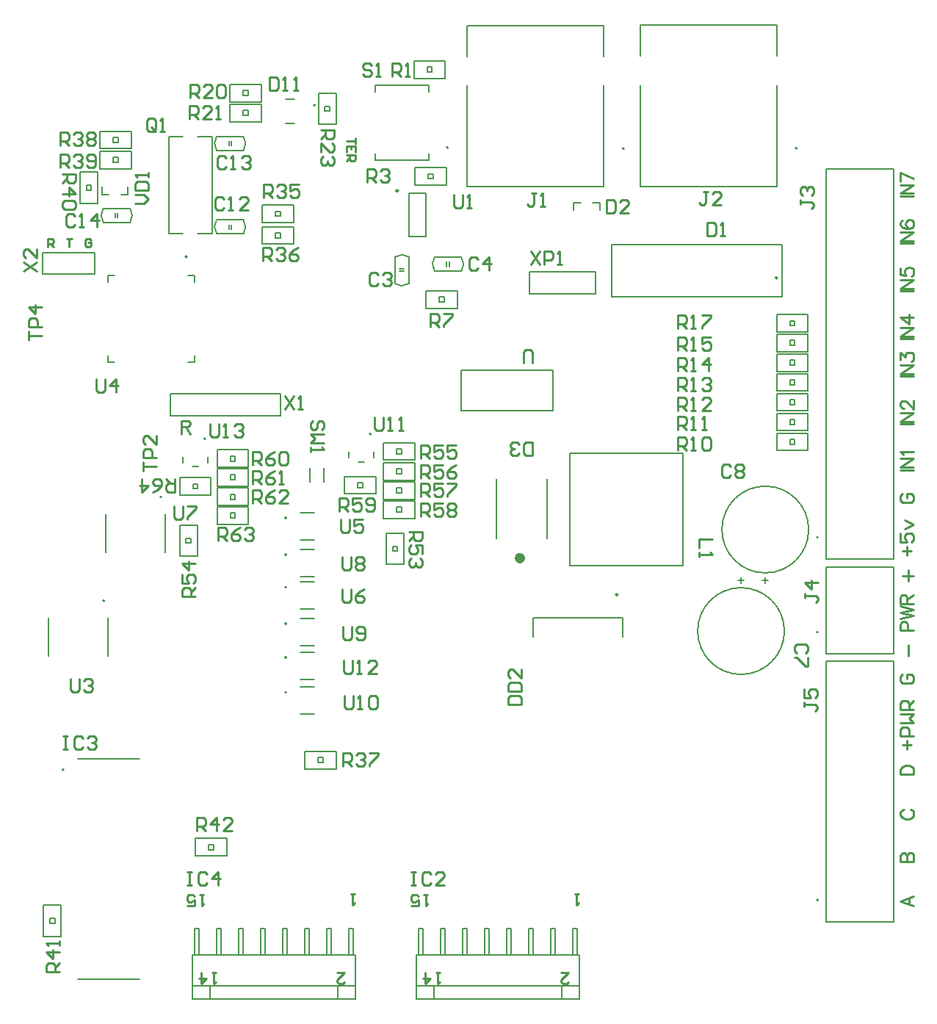
<source format=gto>
G04*
G04 #@! TF.GenerationSoftware,Altium Limited,Altium Designer,20.0.13 (296)*
G04*
G04 Layer_Color=65535*
%FSLAX44Y44*%
%MOMM*%
G71*
G01*
G75*
%ADD10C,0.2000*%
%ADD11C,0.1500*%
%ADD12C,0.2500*%
%ADD13C,0.1270*%
%ADD14C,0.6096*%
%ADD15C,0.1524*%
%ADD16C,0.2540*%
D10*
X909600Y1012500D02*
G03*
X909600Y1012500I-1000J0D01*
G01*
X710100Y1012000D02*
G03*
X710100Y1012000I-1000J0D01*
G01*
X177000Y610600D02*
G03*
X177000Y610600I-1000J0D01*
G01*
X206300Y887400D02*
G03*
X206300Y887400I-1000J0D01*
G01*
X111250Y490900D02*
G03*
X111250Y490900I-1000J0D01*
G01*
X418500Y683100D02*
G03*
X418500Y683100I-1000J0D01*
G01*
X227500Y677550D02*
G03*
X227500Y677550I-1000J0D01*
G01*
X934000Y564000D02*
G03*
X934000Y564000I-1000J0D01*
G01*
X895000Y456000D02*
G03*
X895000Y456000I-50000J0D01*
G01*
X321000Y385500D02*
G03*
X321000Y385500I-1000J0D01*
G01*
Y425500D02*
G03*
X321000Y425500I-1000J0D01*
G01*
Y464500D02*
G03*
X321000Y464500I-1000J0D01*
G01*
Y506500D02*
G03*
X321000Y506500I-1000J0D01*
G01*
Y544000D02*
G03*
X321000Y544000I-1000J0D01*
G01*
Y586500D02*
G03*
X321000Y586500I-1000J0D01*
G01*
X934000Y455000D02*
G03*
X934000Y455000I-1000J0D01*
G01*
Y146000D02*
G03*
X934000Y146000I-1000J0D01*
G01*
X507500Y1013500D02*
G03*
X507500Y1013500I-1000J0D01*
G01*
X354250Y1062000D02*
G03*
X354250Y1062000I-1000J0D01*
G01*
X64200Y296300D02*
G03*
X64200Y296300I-1000J0D01*
G01*
X923000Y573000D02*
G03*
X923000Y573000I-50000J0D01*
G01*
X40000Y867500D02*
Y891999D01*
X100000Y867500D02*
Y891999D01*
X40000D02*
X100000D01*
X40000Y867500D02*
X100000D01*
X187100Y704300D02*
Y729700D01*
X314100D01*
X187100Y704300D02*
X314100D01*
Y729700D01*
X138069Y959236D02*
Y968236D01*
X130069Y959236D02*
X138069D01*
X108069D02*
Y968236D01*
Y959236D02*
X116069D01*
X674000Y950000D02*
X682000D01*
Y941000D02*
Y950000D01*
X652000D02*
X660000D01*
X652000Y941000D02*
Y950000D01*
X218500Y1025500D02*
X235000D01*
X185000D02*
X201500D01*
X185000Y914500D02*
X201500D01*
X218500D02*
X235000D01*
X185000D02*
Y1025500D01*
X235000Y914500D02*
Y1025500D01*
X348000Y628000D02*
Y644000D01*
X364000Y628000D02*
Y644000D01*
X462000Y911000D02*
Y961000D01*
X482000Y911000D02*
Y961000D01*
X462000D02*
X482000D01*
X462000Y911000D02*
X482000D01*
X709000Y449000D02*
Y471500D01*
X605000D02*
X709000D01*
X605000Y449000D02*
Y471500D01*
X841500Y514750D02*
X848500D01*
X845000Y511250D02*
Y518250D01*
X600900Y844300D02*
Y869700D01*
X677100Y844300D02*
Y869700D01*
X600900Y844300D02*
X677100D01*
X600900Y869700D02*
X677100D01*
X873000Y510750D02*
Y517750D01*
X869500Y514250D02*
X876500D01*
D11*
X271405Y913988D02*
G03*
X271300Y929900I-12168J7877D01*
G01*
X240296Y930013D02*
G03*
X240400Y914100I12168J-7877D01*
G01*
X271405Y1009987D02*
G03*
X271300Y1025900I-12168J7877D01*
G01*
X240296Y1026012D02*
G03*
X240400Y1010100I12168J-7877D01*
G01*
X109595Y943012D02*
G03*
X109700Y927100I12168J-7877D01*
G01*
X140704Y926988D02*
G03*
X140600Y942900I-12168J7877D01*
G01*
X491595Y887012D02*
G03*
X491700Y871100I12168J-7877D01*
G01*
X522705Y870987D02*
G03*
X522600Y886900I-12168J7877D01*
G01*
X462012Y887404D02*
G03*
X446100Y887300I-7877J-12168D01*
G01*
X445988Y856295D02*
G03*
X461900Y856400I7877J12168D01*
G01*
X313750Y909000D02*
Y914750D01*
X308250Y909000D02*
X313750D01*
X308250D02*
Y914750D01*
X313750D01*
X293000Y922000D02*
X329000D01*
Y902000D02*
Y922000D01*
X293000Y902000D02*
Y922000D01*
Y902000D02*
X329000D01*
X483250Y1100250D02*
Y1106000D01*
X488750D01*
Y1100250D02*
Y1106000D01*
X483250Y1100250D02*
X488750D01*
X468000Y1093000D02*
X504000D01*
X468000D02*
Y1113000D01*
X504000Y1093000D02*
Y1113000D01*
X468000D02*
X504000D01*
X240500Y930000D02*
X271250D01*
X240500Y914000D02*
X271250D01*
X257400Y919300D02*
Y924600D01*
X254600Y919300D02*
Y924600D01*
X240500Y1026000D02*
X271250D01*
X240500Y1010000D02*
X271250D01*
X257400Y1015300D02*
Y1020600D01*
X254600Y1015300D02*
Y1020600D01*
X109750Y927000D02*
X140500D01*
X109750Y943000D02*
X140500D01*
X123600Y932400D02*
Y937700D01*
X126400Y932400D02*
Y937700D01*
X90250Y969750D02*
X96000D01*
Y964250D02*
Y969750D01*
X90250Y964250D02*
X96000D01*
X90250D02*
Y969750D01*
X83000Y949000D02*
Y985000D01*
X103000D01*
X83000Y949000D02*
X103000D01*
Y985000D01*
X126750Y996000D02*
Y1001750D01*
X121250Y996000D02*
X126750D01*
X121250D02*
Y1001750D01*
X126750D01*
X106000Y1009000D02*
X142000D01*
Y989000D02*
Y1009000D01*
X106000Y989000D02*
Y1009000D01*
Y989000D02*
X142000D01*
X126750Y1019000D02*
Y1024750D01*
X121250Y1019000D02*
X126750D01*
X121250D02*
Y1024750D01*
X126750D01*
X106000Y1032000D02*
X142000D01*
Y1012000D02*
Y1032000D01*
X106000Y1012000D02*
Y1032000D01*
Y1012000D02*
X142000D01*
X261750Y652000D02*
Y657750D01*
X256250Y652000D02*
X261750D01*
X256250D02*
Y657750D01*
X261750D01*
X241000Y665000D02*
X277000D01*
Y645000D02*
Y665000D01*
X241000Y645000D02*
Y665000D01*
Y645000D02*
X277000D01*
X256250Y630250D02*
Y636000D01*
X261750D01*
Y630250D02*
Y636000D01*
X256250Y630250D02*
X261750D01*
X241000Y623000D02*
X277000D01*
X241000D02*
Y643000D01*
X277000Y623000D02*
Y643000D01*
X241000D02*
X277000D01*
X261750Y608000D02*
Y613750D01*
X256250Y608000D02*
X261750D01*
X256250D02*
Y613750D01*
X261750D01*
X241000Y621000D02*
X277000D01*
Y601000D02*
Y621000D01*
X241000Y601000D02*
Y621000D01*
Y601000D02*
X277000D01*
X256250Y586250D02*
Y592000D01*
X261750D01*
Y586250D02*
Y592000D01*
X256250Y586250D02*
X261750D01*
X241000Y579000D02*
X277000D01*
X241000D02*
Y599000D01*
X277000Y579000D02*
Y599000D01*
X241000D02*
X277000D01*
X408750Y621000D02*
Y626750D01*
X403250Y621000D02*
X408750D01*
X403250D02*
Y626750D01*
X408750D01*
X388000Y634000D02*
X424000D01*
Y614000D02*
Y634000D01*
X388000Y614000D02*
Y634000D01*
Y614000D02*
X424000D01*
X448250Y660250D02*
Y666000D01*
X453750D01*
Y660250D02*
Y666000D01*
X448250Y660250D02*
X453750D01*
X433000Y653000D02*
X469000D01*
X433000D02*
Y673000D01*
X469000Y653000D02*
Y673000D01*
X433000D02*
X469000D01*
X453750Y637000D02*
Y642750D01*
X448250Y637000D02*
X453750D01*
X448250D02*
Y642750D01*
X453750D01*
X433000Y650000D02*
X469000D01*
Y630000D02*
Y650000D01*
X433000Y630000D02*
Y650000D01*
Y630000D02*
X469000D01*
X448250Y615250D02*
Y621000D01*
X453750D01*
Y615250D02*
Y621000D01*
X448250Y615250D02*
X453750D01*
X433000Y608000D02*
X469000D01*
X433000D02*
Y628000D01*
X469000Y608000D02*
Y628000D01*
X433000D02*
X469000D01*
X453750Y593000D02*
Y598750D01*
X448250Y593000D02*
X453750D01*
X448250D02*
Y598750D01*
X453750D01*
X433000Y606000D02*
X469000D01*
Y586000D02*
Y606000D01*
X433000Y586000D02*
Y606000D01*
Y586000D02*
X469000D01*
X365250Y1060750D02*
X371000D01*
Y1055250D02*
Y1060750D01*
X365250Y1055250D02*
X371000D01*
X365250D02*
Y1060750D01*
X358000Y1040000D02*
Y1076000D01*
X378000D01*
X358000Y1040000D02*
X378000D01*
Y1076000D01*
X271250Y1050250D02*
Y1056000D01*
X276750D01*
Y1050250D02*
Y1056000D01*
X271250Y1050250D02*
X276750D01*
X256000Y1043000D02*
X292000D01*
X256000D02*
Y1063000D01*
X292000Y1043000D02*
Y1063000D01*
X256000D02*
X292000D01*
X271250Y1073250D02*
Y1079000D01*
X276750D01*
Y1073250D02*
Y1079000D01*
X271250Y1073250D02*
X276750D01*
X256000Y1066000D02*
X292000D01*
X256000D02*
Y1086000D01*
X292000Y1066000D02*
Y1086000D01*
X256000D02*
X292000D01*
X218750Y620000D02*
Y625750D01*
X213250Y620000D02*
X218750D01*
X213250D02*
Y625750D01*
X218750D01*
X198000Y633000D02*
X234000D01*
Y613000D02*
Y633000D01*
X198000Y613000D02*
Y633000D01*
Y613000D02*
X234000D01*
X205250Y562750D02*
X211000D01*
Y557250D02*
Y562750D01*
X205250Y557250D02*
X211000D01*
X205250D02*
Y562750D01*
X198000Y542000D02*
Y578000D01*
X218000D01*
X198000Y542000D02*
X218000D01*
Y578000D01*
X491750Y871000D02*
X522500D01*
X491750Y887000D02*
X522500D01*
X505600Y876400D02*
Y881700D01*
X508400Y876400D02*
Y881700D01*
X446000Y856500D02*
Y887250D01*
X462000Y856500D02*
Y887250D01*
X451400Y873400D02*
X456700D01*
X451400Y870600D02*
X456700D01*
X484250Y977250D02*
Y983000D01*
X489750D01*
Y977250D02*
Y983000D01*
X484250Y977250D02*
X489750D01*
X469000Y970000D02*
X505000D01*
X469000D02*
Y990000D01*
X505000Y970000D02*
Y990000D01*
X469000D02*
X505000D01*
X497250Y835250D02*
Y841000D01*
X502750D01*
Y835250D02*
Y841000D01*
X497250Y835250D02*
X502750D01*
X482000Y828000D02*
X518000D01*
X482000D02*
Y848000D01*
X518000Y828000D02*
Y848000D01*
X482000D02*
X518000D01*
X313750Y934000D02*
Y939750D01*
X308250Y934000D02*
X313750D01*
X308250D02*
Y939750D01*
X313750D01*
X293000Y947000D02*
X329000D01*
Y927000D02*
Y947000D01*
X293000Y927000D02*
Y947000D01*
Y927000D02*
X329000D01*
X48250Y124750D02*
X54000D01*
Y119250D02*
Y124750D01*
X48250Y119250D02*
X54000D01*
X48250D02*
Y124750D01*
X41000Y104000D02*
Y140000D01*
X61000D01*
X41000Y104000D02*
X61000D01*
Y140000D01*
X443250Y553750D02*
X449000D01*
Y548250D02*
Y553750D01*
X443250Y548250D02*
X449000D01*
X443250D02*
Y553750D01*
X436000Y533000D02*
Y569000D01*
X456000D01*
X436000Y533000D02*
X456000D01*
Y569000D01*
X357250Y304250D02*
Y310000D01*
X362750D01*
Y304250D02*
Y310000D01*
X357250Y304250D02*
X362750D01*
X342000Y297000D02*
X378000D01*
X342000D02*
Y317000D01*
X378000Y297000D02*
Y317000D01*
X342000D02*
X378000D01*
X906750Y808000D02*
Y813750D01*
X901250Y808000D02*
X906750D01*
X901250D02*
Y813750D01*
X906750D01*
X886000Y821000D02*
X922000D01*
Y801000D02*
Y821000D01*
X886000Y801000D02*
Y821000D01*
Y801000D02*
X922000D01*
X906750Y785167D02*
Y790917D01*
X901250Y785167D02*
X906750D01*
X901250D02*
Y790917D01*
X906750D01*
X886000Y798167D02*
X922000D01*
Y778167D02*
Y798167D01*
X886000Y778167D02*
Y798167D01*
Y778167D02*
X922000D01*
X906750Y762333D02*
Y768083D01*
X901250Y762333D02*
X906750D01*
X901250D02*
Y768083D01*
X906750D01*
X886000Y775333D02*
X922000D01*
Y755333D02*
Y775333D01*
X886000Y755333D02*
Y775333D01*
Y755333D02*
X922000D01*
X906750Y739500D02*
Y745250D01*
X901250Y739500D02*
X906750D01*
X901250D02*
Y745250D01*
X906750D01*
X886000Y752500D02*
X922000D01*
Y732500D02*
Y752500D01*
X886000Y732500D02*
Y752500D01*
Y732500D02*
X922000D01*
X906750Y716667D02*
Y722417D01*
X901250Y716667D02*
X906750D01*
X901250D02*
Y722417D01*
X906750D01*
X886000Y729667D02*
X922000D01*
Y709667D02*
Y729667D01*
X886000Y709667D02*
Y729667D01*
Y709667D02*
X922000D01*
X906750Y693833D02*
Y699583D01*
X901250Y693833D02*
X906750D01*
X901250D02*
Y699583D01*
X906750D01*
X886000Y706833D02*
X922000D01*
Y686833D02*
Y706833D01*
X886000Y686833D02*
Y706833D01*
Y686833D02*
X922000D01*
X906750Y671000D02*
Y676750D01*
X901250Y671000D02*
X906750D01*
X901250D02*
Y676750D01*
X906750D01*
X886000Y684000D02*
X922000D01*
Y664000D02*
Y684000D01*
X886000Y664000D02*
Y684000D01*
Y664000D02*
X922000D01*
X216000Y197000D02*
X252000D01*
X216000D02*
Y217000D01*
X252000Y197000D02*
Y217000D01*
X216000D02*
X252000D01*
X231250Y209750D02*
X236750D01*
X231250Y204000D02*
Y209750D01*
Y204000D02*
X236750D01*
Y209750D01*
D12*
X449750Y963550D02*
G03*
X449750Y963550I-1250J0D01*
G01*
X703000Y498000D02*
G03*
X703000Y498000I-1250J0D01*
G01*
D13*
X887014Y863000D02*
G03*
X887014Y863000I-1414J0D01*
G01*
X728500Y1118700D02*
Y1154500D01*
X886500Y1118700D02*
Y1154500D01*
X728500D02*
X886500D01*
X728500Y968500D02*
Y1085300D01*
Y968500D02*
X886500D01*
Y1085300D01*
X529000Y1118200D02*
Y1154000D01*
X687000Y1118200D02*
Y1154000D01*
X529000D02*
X687000D01*
X529000Y968000D02*
Y1084800D01*
Y968000D02*
X687000D01*
Y1084800D01*
X181250Y546700D02*
Y590700D01*
X112250Y546700D02*
Y590700D01*
X207050Y866000D02*
X215000D01*
X115000D02*
X122950D01*
X207050Y766000D02*
X215000D01*
X115000D02*
X122950D01*
X215000Y858050D02*
Y866000D01*
X115000Y858050D02*
Y866000D01*
X215000Y766000D02*
Y773950D01*
X115000Y766000D02*
Y773950D01*
X115500Y427000D02*
Y471000D01*
X46500Y427000D02*
Y471000D01*
X421500Y655700D02*
Y662300D01*
X403650Y651000D02*
X410350D01*
X392500Y655700D02*
Y662300D01*
X230500Y650150D02*
Y656750D01*
X212650Y645450D02*
X219350D01*
X201500Y650150D02*
Y656750D01*
X695600Y901500D02*
X892100D01*
X695600Y841500D02*
Y901500D01*
Y841500D02*
X892100D01*
Y901500D01*
X1021000Y539000D02*
Y989000D01*
X943000Y539000D02*
Y989000D01*
X1021000D01*
X943000Y539000D02*
X1021000D01*
X562800Y562700D02*
Y631300D01*
X621200Y562700D02*
Y631300D01*
X337000Y360400D02*
X353000D01*
X337000Y391600D02*
X353000D01*
X337000Y400400D02*
X353000D01*
X337000Y431600D02*
X353000D01*
X337000Y439400D02*
X353000D01*
X337000Y470600D02*
X353000D01*
X337000Y481400D02*
X353000D01*
X337000Y512600D02*
X353000D01*
X337000Y518900D02*
X353000D01*
X337000Y550100D02*
X353000D01*
X337000Y561400D02*
X353000D01*
X337000Y592600D02*
X353000D01*
X1021000Y430000D02*
Y530000D01*
X943000Y430000D02*
Y530000D01*
X1021000D01*
X943000Y430000D02*
X1021000D01*
Y121000D02*
Y421000D01*
X943000Y121000D02*
Y421000D01*
X1021000D01*
X943000Y121000D02*
X1021000D01*
X423000Y998900D02*
X485000D01*
X423000Y1085100D02*
X485000D01*
Y998900D02*
Y1006800D01*
X423000Y1077200D02*
Y1085100D01*
X485000Y1077200D02*
Y1085100D01*
X423000Y998900D02*
Y1006800D01*
X320000Y1069000D02*
X330000D01*
X320000Y1041000D02*
X330000D01*
X80500Y309000D02*
X151500D01*
X80500Y55000D02*
X151500D01*
X638060Y47060D02*
X658380D01*
X490740D02*
X638060D01*
X470420D02*
X490740D01*
X655840Y82620D02*
X658380D01*
X650760D02*
X655840D01*
X470420D02*
X650760D01*
X638060Y31820D02*
X658380D01*
X490740D02*
X638060D01*
X470420D02*
X490740D01*
X658380D02*
Y47060D01*
Y82620D01*
X470420Y31820D02*
Y47060D01*
Y82620D01*
X655840D02*
Y113100D01*
X650760D02*
X655840D01*
X650760Y82620D02*
Y113100D01*
X630440Y82620D02*
Y113100D01*
X625360D02*
X630440D01*
X625360Y82620D02*
Y113100D01*
X605040Y82620D02*
Y113100D01*
X599960D02*
X605040D01*
X599960Y82620D02*
Y113100D01*
X579640Y82620D02*
Y113100D01*
X574560D02*
X579640D01*
X574560Y82620D02*
Y113100D01*
X554240Y82620D02*
Y113100D01*
X549160D02*
X554240D01*
X549160Y82620D02*
Y113100D01*
X528840Y82620D02*
Y113100D01*
X523760D02*
X528840D01*
X523760Y82620D02*
Y113100D01*
X503440Y82620D02*
Y113100D01*
X498360D02*
X503440D01*
X498360Y82620D02*
Y113100D01*
X478040Y82620D02*
Y113100D01*
X472960D02*
X478040D01*
X472960Y82620D02*
Y113100D01*
X638060Y31820D02*
Y47060D01*
X490740Y31820D02*
Y47060D01*
X379860D02*
X400180D01*
X232540D02*
X379860D01*
X212220D02*
X232540D01*
X397640Y82620D02*
X400180D01*
X392560D02*
X397640D01*
X212220D02*
X392560D01*
X379860Y31820D02*
X400180D01*
X232540D02*
X379860D01*
X212220D02*
X232540D01*
X400180D02*
Y47060D01*
Y82620D01*
X212220Y31820D02*
Y47060D01*
Y82620D01*
X397640D02*
Y113100D01*
X392560D02*
X397640D01*
X392560Y82620D02*
Y113100D01*
X372240Y82620D02*
Y113100D01*
X367160D02*
X372240D01*
X367160Y82620D02*
Y113100D01*
X346840Y82620D02*
Y113100D01*
X341760D02*
X346840D01*
X341760Y82620D02*
Y113100D01*
X321440Y82620D02*
Y113100D01*
X316360D02*
X321440D01*
X316360Y82620D02*
Y113100D01*
X296040Y82620D02*
Y113100D01*
X290960D02*
X296040D01*
X290960Y82620D02*
Y113100D01*
X270640Y82620D02*
Y113100D01*
X265560D02*
X270640D01*
X265560Y82620D02*
Y113100D01*
X245240Y82620D02*
Y113100D01*
X240160D02*
X245240D01*
X240160Y82620D02*
Y113100D01*
X219840Y82620D02*
Y113100D01*
X214760D02*
X219840D01*
X214760Y82620D02*
Y113100D01*
X379860Y31820D02*
Y47060D01*
X232540Y31820D02*
Y47060D01*
D14*
X593162Y540000D02*
G03*
X593162Y540000I-3162J0D01*
G01*
D15*
X522168Y709712D02*
Y756448D01*
X627832D01*
Y709712D02*
Y756448D01*
X522168Y709712D02*
X627832D01*
X648000Y531000D02*
Y661000D01*
Y531000D02*
X778000D01*
Y661000D01*
X648000D02*
X778000D01*
D16*
X400037Y1024460D02*
Y1017795D01*
Y1021128D01*
X390040D01*
X400037Y1007799D02*
Y1014463D01*
X390040D01*
Y1007799D01*
X395038Y1014463D02*
Y1011131D01*
X390040Y1004466D02*
X400037D01*
Y999468D01*
X398371Y997802D01*
X395038D01*
X393372Y999468D01*
Y1004466D01*
Y1001134D02*
X390040Y997802D01*
X95455Y906871D02*
X93788Y908537D01*
X90456D01*
X88790Y906871D01*
Y900206D01*
X90456Y898540D01*
X93788D01*
X95455Y900206D01*
Y903538D01*
X92122D01*
X67290Y908537D02*
X73955D01*
X70622D01*
Y898540D01*
X45790D02*
Y908537D01*
X50788D01*
X52455Y906871D01*
Y903538D01*
X50788Y901872D01*
X45790D01*
X49122D02*
X52455Y898540D01*
X17632Y871304D02*
X32868Y881461D01*
X17632D02*
X32868Y871304D01*
Y896696D02*
Y886539D01*
X22711Y896696D01*
X20172D01*
X17632Y894157D01*
Y889078D01*
X20172Y886539D01*
X199790Y698527D02*
Y683290D01*
Y698527D02*
X206320D01*
X208497Y697801D01*
X209222Y697076D01*
X209948Y695624D01*
Y694173D01*
X209222Y692722D01*
X208497Y691997D01*
X206320Y691271D01*
X199790D01*
X204869D02*
X209948Y683290D01*
X1044212Y150649D02*
X1028975Y144845D01*
X1044212Y139040D01*
X1039133Y141217D02*
Y148472D01*
X1028975Y190119D02*
X1044212D01*
X1028975D02*
Y196649D01*
X1029700Y198826D01*
X1030426Y199552D01*
X1031877Y200277D01*
X1033328D01*
X1034779Y199552D01*
X1035505Y198826D01*
X1036230Y196649D01*
Y190119D02*
Y196649D01*
X1036956Y198826D01*
X1037682Y199552D01*
X1039133Y200277D01*
X1041309D01*
X1042760Y199552D01*
X1043486Y198826D01*
X1044212Y196649D01*
Y190119D01*
X1032603Y250486D02*
X1031152Y249760D01*
X1029700Y248309D01*
X1028975Y246858D01*
Y243956D01*
X1029700Y242505D01*
X1031152Y241054D01*
X1032603Y240328D01*
X1034779Y239603D01*
X1038407D01*
X1040584Y240328D01*
X1042035Y241054D01*
X1043486Y242505D01*
X1044212Y243956D01*
Y246858D01*
X1043486Y248309D01*
X1042035Y249760D01*
X1040584Y250486D01*
X1028975Y290682D02*
X1044212D01*
X1028975D02*
Y295761D01*
X1029700Y297938D01*
X1031152Y299389D01*
X1032603Y300114D01*
X1034779Y300840D01*
X1038407D01*
X1040584Y300114D01*
X1042035Y299389D01*
X1043486Y297938D01*
X1044212Y295761D01*
Y290682D01*
X1036594Y319540D02*
Y329697D01*
X1031516Y324618D02*
X1041672D01*
X1044212Y334775D02*
X1028977D01*
Y342393D01*
X1031516Y344932D01*
X1036594D01*
X1039133Y342393D01*
Y334775D01*
X1028977Y350010D02*
X1044212D01*
X1039133Y355089D01*
X1044212Y360167D01*
X1028977D01*
X1044212Y365245D02*
X1028977D01*
Y372863D01*
X1031516Y375402D01*
X1036594D01*
X1039133Y372863D01*
Y365245D01*
Y370323D02*
X1044212Y375402D01*
X1031516Y405872D02*
X1028977Y403333D01*
Y398255D01*
X1031516Y395715D01*
X1041672D01*
X1044212Y398255D01*
Y403333D01*
X1041672Y405872D01*
X1036594D01*
Y400794D01*
X1037682Y427040D02*
Y440100D01*
X1036956Y456570D02*
Y463100D01*
X1036230Y465277D01*
X1035505Y466003D01*
X1034054Y466728D01*
X1031877D01*
X1030426Y466003D01*
X1029700Y465277D01*
X1028975Y463100D01*
Y456570D01*
X1044212D01*
X1028975Y470138D02*
X1044212Y473766D01*
X1028975Y477394D02*
X1044212Y473766D01*
X1028975Y477394D02*
X1044212Y481022D01*
X1028975Y484649D02*
X1044212Y481022D01*
X1028975Y487697D02*
X1044212D01*
X1028975D02*
Y494227D01*
X1029700Y496403D01*
X1030426Y497129D01*
X1031877Y497854D01*
X1033328D01*
X1034779Y497129D01*
X1035505Y496403D01*
X1036230Y494227D01*
Y487697D01*
Y492776D02*
X1044212Y497854D01*
X1031152Y519766D02*
X1044212D01*
X1037682Y513236D02*
Y526297D01*
X1028975Y641790D02*
X1044212D01*
X1028975Y644983D02*
X1044212D01*
X1028975D02*
X1044212Y655140D01*
X1028975D02*
X1044212D01*
X1031877Y659349D02*
X1031152Y660800D01*
X1028975Y662976D01*
X1044212D01*
X1028975Y694466D02*
X1044212D01*
X1028975Y697658D02*
X1044212D01*
X1028975D02*
X1044212Y707816D01*
X1028975D02*
X1044212D01*
X1032603Y712750D02*
X1031877D01*
X1030426Y713475D01*
X1029700Y714201D01*
X1028975Y715652D01*
Y718554D01*
X1029700Y720005D01*
X1030426Y720731D01*
X1031877Y721456D01*
X1033328D01*
X1034779Y720731D01*
X1036956Y719280D01*
X1044212Y712024D01*
Y722182D01*
X1028975Y749536D02*
X1044212D01*
X1028975Y752728D02*
X1044212D01*
X1028975D02*
X1044212Y762886D01*
X1028975D02*
X1044212D01*
X1028975Y768545D02*
Y776526D01*
X1034779Y772173D01*
Y774350D01*
X1035505Y775801D01*
X1036230Y776526D01*
X1038407Y777252D01*
X1039858D01*
X1042035Y776526D01*
X1043486Y775075D01*
X1044212Y772898D01*
Y770722D01*
X1043486Y768545D01*
X1042760Y767820D01*
X1041309Y767094D01*
X1028975Y792634D02*
X1044212D01*
X1028975Y795826D02*
X1044212D01*
X1028975D02*
X1044212Y805984D01*
X1028975D02*
X1044212D01*
X1028975Y817448D02*
X1039133Y810192D01*
Y821076D01*
X1028975Y817448D02*
X1044212D01*
X1028975Y847704D02*
X1044212D01*
X1028975Y850896D02*
X1044212D01*
X1028975D02*
X1044212Y861054D01*
X1028975D02*
X1044212D01*
X1028975Y873969D02*
Y866713D01*
X1035505Y865988D01*
X1034779Y866713D01*
X1034054Y868890D01*
Y871067D01*
X1034779Y873243D01*
X1036230Y874694D01*
X1038407Y875420D01*
X1039858D01*
X1042035Y874694D01*
X1043486Y873243D01*
X1044212Y871067D01*
Y868890D01*
X1043486Y866713D01*
X1042760Y865988D01*
X1041309Y865262D01*
X1028975Y902774D02*
X1044212D01*
X1028975Y905966D02*
X1044212D01*
X1028975D02*
X1044212Y916124D01*
X1028975D02*
X1044212D01*
X1031152Y929039D02*
X1029700Y928313D01*
X1028975Y926136D01*
Y924685D01*
X1029700Y922509D01*
X1031877Y921058D01*
X1035505Y920332D01*
X1039133D01*
X1042035Y921058D01*
X1043486Y922509D01*
X1044212Y924685D01*
Y925411D01*
X1043486Y927588D01*
X1042035Y929039D01*
X1039858Y929764D01*
X1039133D01*
X1036956Y929039D01*
X1035505Y927588D01*
X1034779Y925411D01*
Y924685D01*
X1035505Y922509D01*
X1036956Y921058D01*
X1039133Y920332D01*
X1028975Y957045D02*
X1044212D01*
X1028975Y960238D02*
X1044212D01*
X1028975D02*
X1044212Y970396D01*
X1028975D02*
X1044212D01*
X1028975Y984762D02*
X1044212Y977506D01*
X1028975Y974604D02*
Y984762D01*
X1036594Y543540D02*
Y553697D01*
X1031516Y548618D02*
X1041673D01*
X1028977Y568932D02*
Y558775D01*
X1036594D01*
X1034055Y563853D01*
Y566393D01*
X1036594Y568932D01*
X1041673D01*
X1044212Y566393D01*
Y561314D01*
X1041673Y558775D01*
X1034055Y574010D02*
X1044212Y579089D01*
X1034055Y584167D01*
X1031516Y614637D02*
X1028977Y612098D01*
Y607020D01*
X1031516Y604480D01*
X1041673D01*
X1044212Y607020D01*
Y612098D01*
X1041673Y614637D01*
X1036594D01*
Y609559D01*
X657748Y153045D02*
X653513D01*
X655630D01*
Y140339D01*
X657748Y142457D01*
X483731Y152479D02*
X479495D01*
X481613D01*
Y139768D01*
X483731Y141887D01*
X464666Y139768D02*
X473139D01*
Y146124D01*
X468903Y144005D01*
X466784D01*
X464666Y146124D01*
Y150360D01*
X466784Y152479D01*
X471021D01*
X473139Y150360D01*
X637736Y62294D02*
X646204D01*
X637736Y53826D01*
Y51709D01*
X639853Y49592D01*
X644087D01*
X646204Y51709D01*
X497706Y62298D02*
X493474D01*
X495590D01*
Y49601D01*
X497706Y51717D01*
X480776Y62298D02*
Y49601D01*
X487125Y55950D01*
X478660D01*
X399548Y153045D02*
X395313D01*
X397430D01*
Y140339D01*
X399548Y142457D01*
X225532Y152479D02*
X221295D01*
X223413D01*
Y139768D01*
X225532Y141887D01*
X206466Y139768D02*
X214939D01*
Y146124D01*
X210703Y144005D01*
X208584D01*
X206466Y146124D01*
Y150360D01*
X208584Y152479D01*
X212821D01*
X214939Y150360D01*
X379536Y62294D02*
X388004D01*
X379536Y53826D01*
Y51709D01*
X381653Y49592D01*
X385887D01*
X388004Y51709D01*
X239506Y62298D02*
X235274D01*
X237390D01*
Y49601D01*
X239506Y51717D01*
X222576Y62298D02*
Y49601D01*
X228925Y55950D01*
X220460D01*
X690304Y952617D02*
Y937383D01*
X697922D01*
X700461Y939922D01*
Y950078D01*
X697922Y952617D01*
X690304D01*
X715696Y937383D02*
X705539D01*
X715696Y947539D01*
Y950078D01*
X713157Y952617D01*
X708078D01*
X705539Y950078D01*
X604078Y765382D02*
Y778078D01*
X601539Y780618D01*
X596461D01*
X593922Y778078D01*
Y765382D01*
X101304Y746618D02*
Y733922D01*
X103843Y731383D01*
X108922D01*
X111461Y733922D01*
Y746618D01*
X124157Y731383D02*
Y746618D01*
X116539Y739000D01*
X126696D01*
X602372Y893581D02*
X612529Y878346D01*
Y893581D02*
X602372Y878346D01*
X617607D02*
Y893581D01*
X625225D01*
X627764Y891042D01*
Y885964D01*
X625225Y883424D01*
X617607D01*
X632842Y878346D02*
X637920D01*
X635381D01*
Y893581D01*
X632842Y891042D01*
X318843Y726618D02*
X329000Y711383D01*
Y726618D02*
X318843Y711383D01*
X334078D02*
X339157D01*
X336618D01*
Y726618D01*
X334078Y724078D01*
X146382Y949226D02*
X156539D01*
X161618Y954304D01*
X156539Y959382D01*
X146382D01*
Y964461D02*
X161618D01*
Y972078D01*
X159078Y974617D01*
X148922D01*
X146382Y972078D01*
Y964461D01*
X161618Y979696D02*
Y984774D01*
Y982235D01*
X146382D01*
X148922Y979696D01*
X232956Y694617D02*
Y681922D01*
X235495Y679382D01*
X240574D01*
X243113Y681922D01*
Y694617D01*
X248191Y679382D02*
X253270D01*
X250730D01*
Y694617D01*
X248191Y692078D01*
X260887D02*
X263426Y694617D01*
X268505D01*
X271044Y692078D01*
Y689539D01*
X268505Y687000D01*
X265965D01*
X268505D01*
X271044Y684461D01*
Y681922D01*
X268505Y679382D01*
X263426D01*
X260887Y681922D01*
X422495Y702617D02*
Y689922D01*
X425034Y687383D01*
X430113D01*
X432652Y689922D01*
Y702617D01*
X437730Y687383D02*
X442809D01*
X440270D01*
Y702617D01*
X437730Y700078D01*
X450426Y687383D02*
X455505D01*
X452966D01*
Y702617D01*
X450426Y700078D01*
X513843Y958617D02*
Y945922D01*
X516382Y943382D01*
X521461D01*
X524000Y945922D01*
Y958617D01*
X529078Y943382D02*
X534157D01*
X531618D01*
Y958617D01*
X529078Y956078D01*
X23382Y791687D02*
Y801843D01*
Y796765D01*
X38617D01*
Y806922D02*
X23382D01*
Y814539D01*
X25922Y817078D01*
X31000D01*
X33539Y814539D01*
Y806922D01*
X38617Y829774D02*
X23382D01*
X31000Y822157D01*
Y832313D01*
X155382Y640687D02*
Y650843D01*
Y645765D01*
X170618D01*
Y655922D02*
X155382D01*
Y663539D01*
X157922Y666078D01*
X163000D01*
X165539Y663539D01*
Y655922D01*
X170618Y681313D02*
Y671157D01*
X160461Y681313D01*
X157922D01*
X155382Y678774D01*
Y673696D01*
X157922Y671157D01*
X361078Y687617D02*
X363618Y690157D01*
Y695235D01*
X361078Y697774D01*
X358539D01*
X356000Y695235D01*
Y690157D01*
X353461Y687617D01*
X350922D01*
X348382Y690157D01*
Y695235D01*
X350922Y697774D01*
X363618Y682539D02*
X348382D01*
X353461Y677461D01*
X348382Y672382D01*
X363618D01*
X348382Y667304D02*
Y662226D01*
Y664765D01*
X363618D01*
X361078Y667304D01*
X419353Y1108058D02*
X416814Y1110597D01*
X411735D01*
X409196Y1108058D01*
Y1105519D01*
X411735Y1102980D01*
X416814D01*
X419353Y1100440D01*
Y1097901D01*
X416814Y1095362D01*
X411735D01*
X409196Y1097901D01*
X424431Y1095362D02*
X429509D01*
X426970D01*
Y1110597D01*
X424431Y1108058D01*
X192313Y631618D02*
Y616382D01*
X184696D01*
X182157Y618922D01*
Y624000D01*
X184696Y626539D01*
X192313D01*
X187235D02*
X182157Y631618D01*
X166922Y616382D02*
X172000Y618922D01*
X177078Y624000D01*
Y629078D01*
X174539Y631618D01*
X169461D01*
X166922Y629078D01*
Y626539D01*
X169461Y624000D01*
X177078D01*
X154226Y631618D02*
Y616382D01*
X161843Y624000D01*
X151686D01*
X241687Y560382D02*
Y575617D01*
X249304D01*
X251843Y573078D01*
Y568000D01*
X249304Y565461D01*
X241687D01*
X246765D02*
X251843Y560382D01*
X267078Y575617D02*
X262000Y573078D01*
X256922Y568000D01*
Y562922D01*
X259461Y560382D01*
X264539D01*
X267078Y562922D01*
Y565461D01*
X264539Y568000D01*
X256922D01*
X272157Y573078D02*
X274696Y575617D01*
X279774D01*
X282313Y573078D01*
Y570539D01*
X279774Y568000D01*
X277235D01*
X279774D01*
X282313Y565461D01*
Y562922D01*
X279774Y560382D01*
X274696D01*
X272157Y562922D01*
X281687Y603382D02*
Y618618D01*
X289304D01*
X291843Y616078D01*
Y611000D01*
X289304Y608461D01*
X281687D01*
X286765D02*
X291843Y603382D01*
X307078Y618618D02*
X302000Y616078D01*
X296922Y611000D01*
Y605922D01*
X299461Y603382D01*
X304539D01*
X307078Y605922D01*
Y608461D01*
X304539Y611000D01*
X296922D01*
X322313Y603382D02*
X312157D01*
X322313Y613539D01*
Y616078D01*
X319774Y618618D01*
X314696D01*
X312157Y616078D01*
X282226Y625382D02*
Y640618D01*
X289843D01*
X292383Y638078D01*
Y633000D01*
X289843Y630461D01*
X282226D01*
X287304D02*
X292383Y625382D01*
X307617Y640618D02*
X302539Y638078D01*
X297461Y633000D01*
Y627922D01*
X300000Y625382D01*
X305078D01*
X307617Y627922D01*
Y630461D01*
X305078Y633000D01*
X297461D01*
X312696Y625382D02*
X317774D01*
X315235D01*
Y640618D01*
X312696Y638078D01*
X281687Y647382D02*
Y662617D01*
X289304D01*
X291843Y660078D01*
Y655000D01*
X289304Y652461D01*
X281687D01*
X286765D02*
X291843Y647382D01*
X307078Y662617D02*
X302000Y660078D01*
X296922Y655000D01*
Y649922D01*
X299461Y647382D01*
X304539D01*
X307078Y649922D01*
Y652461D01*
X304539Y655000D01*
X296922D01*
X312157Y660078D02*
X314696Y662617D01*
X319774D01*
X322313Y660078D01*
Y649922D01*
X319774Y647382D01*
X314696D01*
X312157Y649922D01*
Y660078D01*
X381687Y594383D02*
Y609618D01*
X389304D01*
X391843Y607078D01*
Y602000D01*
X389304Y599461D01*
X381687D01*
X386765D02*
X391843Y594383D01*
X407078Y609618D02*
X396922D01*
Y602000D01*
X402000Y604539D01*
X404539D01*
X407078Y602000D01*
Y596922D01*
X404539Y594383D01*
X399461D01*
X396922Y596922D01*
X412157D02*
X414696Y594383D01*
X419774D01*
X422313Y596922D01*
Y607078D01*
X419774Y609618D01*
X414696D01*
X412157Y607078D01*
Y604539D01*
X414696Y602000D01*
X422313D01*
X475687Y588382D02*
Y603618D01*
X483304D01*
X485843Y601078D01*
Y596000D01*
X483304Y593461D01*
X475687D01*
X480765D02*
X485843Y588382D01*
X501078Y603618D02*
X490922D01*
Y596000D01*
X496000Y598539D01*
X498539D01*
X501078Y596000D01*
Y590922D01*
X498539Y588382D01*
X493461D01*
X490922Y590922D01*
X506157Y601078D02*
X508696Y603618D01*
X513774D01*
X516313Y601078D01*
Y598539D01*
X513774Y596000D01*
X516313Y593461D01*
Y590922D01*
X513774Y588382D01*
X508696D01*
X506157Y590922D01*
Y593461D01*
X508696Y596000D01*
X506157Y598539D01*
Y601078D01*
X508696Y596000D02*
X513774D01*
X475687Y611382D02*
Y626618D01*
X483304D01*
X485843Y624078D01*
Y619000D01*
X483304Y616461D01*
X475687D01*
X480765D02*
X485843Y611382D01*
X501078Y626618D02*
X490922D01*
Y619000D01*
X496000Y621539D01*
X498539D01*
X501078Y619000D01*
Y613922D01*
X498539Y611382D01*
X493461D01*
X490922Y613922D01*
X506157Y626618D02*
X516313D01*
Y624078D01*
X506157Y613922D01*
Y611382D01*
X475687Y632383D02*
Y647617D01*
X483304D01*
X485843Y645078D01*
Y640000D01*
X483304Y637461D01*
X475687D01*
X480765D02*
X485843Y632383D01*
X501078Y647617D02*
X490922D01*
Y640000D01*
X496000Y642539D01*
X498539D01*
X501078Y640000D01*
Y634922D01*
X498539Y632383D01*
X493461D01*
X490922Y634922D01*
X516313Y647617D02*
X511235Y645078D01*
X506157Y640000D01*
Y634922D01*
X508696Y632383D01*
X513774D01*
X516313Y634922D01*
Y637461D01*
X513774Y640000D01*
X506157D01*
X475687Y655383D02*
Y670618D01*
X483304D01*
X485843Y668078D01*
Y663000D01*
X483304Y660461D01*
X475687D01*
X480765D02*
X485843Y655383D01*
X501078Y670618D02*
X490922D01*
Y663000D01*
X496000Y665539D01*
X498539D01*
X501078Y663000D01*
Y657922D01*
X498539Y655383D01*
X493461D01*
X490922Y657922D01*
X516313Y670618D02*
X506157D01*
Y663000D01*
X511235Y665539D01*
X513774D01*
X516313Y663000D01*
Y657922D01*
X513774Y655383D01*
X508696D01*
X506157Y657922D01*
X62382Y982314D02*
X77618D01*
Y974696D01*
X75078Y972157D01*
X70000D01*
X67461Y974696D01*
Y982314D01*
Y977235D02*
X62382Y972157D01*
Y959461D02*
X77618D01*
X70000Y967078D01*
Y956922D01*
X75078Y951843D02*
X77618Y949304D01*
Y944226D01*
X75078Y941687D01*
X64922D01*
X62382Y944226D01*
Y949304D01*
X64922Y951843D01*
X75078D01*
X59686Y990383D02*
Y1005618D01*
X67304D01*
X69843Y1003078D01*
Y998000D01*
X67304Y995461D01*
X59686D01*
X64765D02*
X69843Y990383D01*
X74922Y1003078D02*
X77461Y1005618D01*
X82539D01*
X85078Y1003078D01*
Y1000539D01*
X82539Y998000D01*
X80000D01*
X82539D01*
X85078Y995461D01*
Y992922D01*
X82539Y990383D01*
X77461D01*
X74922Y992922D01*
X90157D02*
X92696Y990383D01*
X97774D01*
X100313Y992922D01*
Y1003078D01*
X97774Y1005618D01*
X92696D01*
X90157Y1003078D01*
Y1000539D01*
X92696Y998000D01*
X100313D01*
X59687Y1015383D02*
Y1030618D01*
X67304D01*
X69843Y1028078D01*
Y1023000D01*
X67304Y1020461D01*
X59687D01*
X64765D02*
X69843Y1015383D01*
X74922Y1028078D02*
X77461Y1030618D01*
X82539D01*
X85078Y1028078D01*
Y1025539D01*
X82539Y1023000D01*
X80000D01*
X82539D01*
X85078Y1020461D01*
Y1017922D01*
X82539Y1015383D01*
X77461D01*
X74922Y1017922D01*
X90157Y1028078D02*
X92696Y1030618D01*
X97774D01*
X100313Y1028078D01*
Y1025539D01*
X97774Y1023000D01*
X100313Y1020461D01*
Y1017922D01*
X97774Y1015383D01*
X92696D01*
X90157Y1017922D01*
Y1020461D01*
X92696Y1023000D01*
X90157Y1025539D01*
Y1028078D01*
X92696Y1023000D02*
X97774D01*
X293687Y882383D02*
Y897618D01*
X301304D01*
X303843Y895078D01*
Y890000D01*
X301304Y887461D01*
X293687D01*
X298765D02*
X303843Y882383D01*
X308922Y895078D02*
X311461Y897618D01*
X316539D01*
X319078Y895078D01*
Y892539D01*
X316539Y890000D01*
X314000D01*
X316539D01*
X319078Y887461D01*
Y884922D01*
X316539Y882383D01*
X311461D01*
X308922Y884922D01*
X334314Y897618D02*
X329235Y895078D01*
X324157Y890000D01*
Y884922D01*
X326696Y882383D01*
X331774D01*
X334314Y884922D01*
Y887461D01*
X331774Y890000D01*
X324157D01*
X294682Y955344D02*
Y970579D01*
X302299D01*
X304839Y968040D01*
Y962962D01*
X302299Y960422D01*
X294682D01*
X299760D02*
X304839Y955344D01*
X309917Y968040D02*
X312456Y970579D01*
X317535D01*
X320074Y968040D01*
Y965501D01*
X317535Y962962D01*
X314995D01*
X317535D01*
X320074Y960422D01*
Y957883D01*
X317535Y955344D01*
X312456D01*
X309917Y957883D01*
X335309Y970579D02*
X325152D01*
Y962962D01*
X330230Y965501D01*
X332770D01*
X335309Y962962D01*
Y957883D01*
X332770Y955344D01*
X327691D01*
X325152Y957883D01*
X360882Y1033563D02*
X376118D01*
Y1025946D01*
X373578Y1023407D01*
X368500D01*
X365961Y1025946D01*
Y1033563D01*
Y1028485D02*
X360882Y1023407D01*
Y1008172D02*
Y1018328D01*
X371039Y1008172D01*
X373578D01*
X376118Y1010711D01*
Y1015789D01*
X373578Y1018328D01*
Y1003093D02*
X376118Y1000554D01*
Y995476D01*
X373578Y992936D01*
X371039D01*
X368500Y995476D01*
Y998015D01*
Y995476D01*
X365961Y992936D01*
X363422D01*
X360882Y995476D01*
Y1000554D01*
X363422Y1003093D01*
X209226Y1046383D02*
Y1061618D01*
X216843D01*
X219382Y1059078D01*
Y1054000D01*
X216843Y1051461D01*
X209226D01*
X214304D02*
X219382Y1046383D01*
X234618D02*
X224461D01*
X234618Y1056539D01*
Y1059078D01*
X232078Y1061618D01*
X227000D01*
X224461Y1059078D01*
X239696Y1046383D02*
X244774D01*
X242235D01*
Y1061618D01*
X239696Y1059078D01*
X209687Y1070383D02*
Y1085618D01*
X217304D01*
X219843Y1083078D01*
Y1078000D01*
X217304Y1075461D01*
X209687D01*
X214765D02*
X219843Y1070383D01*
X235078D02*
X224922D01*
X235078Y1080539D01*
Y1083078D01*
X232539Y1085618D01*
X227461D01*
X224922Y1083078D01*
X240157D02*
X242696Y1085618D01*
X247774D01*
X250313Y1083078D01*
Y1072922D01*
X247774Y1070383D01*
X242696D01*
X240157Y1072922D01*
Y1083078D01*
X772456Y805133D02*
Y820368D01*
X780074D01*
X782613Y817828D01*
Y812750D01*
X780074Y810211D01*
X772456D01*
X777534D02*
X782613Y805133D01*
X787691D02*
X792770D01*
X790230D01*
Y820368D01*
X787691Y817828D01*
X800387Y820368D02*
X810544D01*
Y817828D01*
X800387Y807672D01*
Y805133D01*
X772456Y779299D02*
Y794534D01*
X780074D01*
X782613Y791995D01*
Y786917D01*
X780074Y784377D01*
X772456D01*
X777534D02*
X782613Y779299D01*
X787691D02*
X792770D01*
X790230D01*
Y794534D01*
X787691Y791995D01*
X810544Y794534D02*
X800387D01*
Y786917D01*
X805465Y789456D01*
X808005D01*
X810544Y786917D01*
Y781838D01*
X808005Y779299D01*
X802926D01*
X800387Y781838D01*
X772456Y755466D02*
Y770701D01*
X780074D01*
X782613Y768162D01*
Y763083D01*
X780074Y760544D01*
X772456D01*
X777534D02*
X782613Y755466D01*
X787691D02*
X792770D01*
X790230D01*
Y770701D01*
X787691Y768162D01*
X808005Y755466D02*
Y770701D01*
X800387Y763083D01*
X810544D01*
X772456Y732632D02*
Y747868D01*
X780074D01*
X782613Y745328D01*
Y740250D01*
X780074Y737711D01*
X772456D01*
X777534D02*
X782613Y732632D01*
X787691D02*
X792770D01*
X790230D01*
Y747868D01*
X787691Y745328D01*
X800387D02*
X802926Y747868D01*
X808005D01*
X810544Y745328D01*
Y742789D01*
X808005Y740250D01*
X805465D01*
X808005D01*
X810544Y737711D01*
Y735172D01*
X808005Y732632D01*
X802926D01*
X800387Y735172D01*
X772456Y710133D02*
Y725368D01*
X780074D01*
X782613Y722828D01*
Y717750D01*
X780074Y715211D01*
X772456D01*
X777534D02*
X782613Y710133D01*
X787691D02*
X792770D01*
X790230D01*
Y725368D01*
X787691Y722828D01*
X810544Y710133D02*
X800387D01*
X810544Y720289D01*
Y722828D01*
X808005Y725368D01*
X802926D01*
X800387Y722828D01*
X772456Y687966D02*
Y703201D01*
X780074D01*
X782613Y700662D01*
Y695583D01*
X780074Y693044D01*
X772456D01*
X777534D02*
X782613Y687966D01*
X787691D02*
X792770D01*
X790230D01*
Y703201D01*
X787691Y700662D01*
X800387Y687966D02*
X805465D01*
X802926D01*
Y703201D01*
X800387Y700662D01*
X772456Y664133D02*
Y679368D01*
X780074D01*
X782613Y676828D01*
Y671750D01*
X780074Y669211D01*
X772456D01*
X777534D02*
X782613Y664133D01*
X787691D02*
X792770D01*
X790230D01*
Y679368D01*
X787691Y676828D01*
X800387D02*
X802926Y679368D01*
X808005D01*
X810544Y676828D01*
Y666672D01*
X808005Y664133D01*
X802926D01*
X800387Y666672D01*
Y676828D01*
X486804Y806882D02*
Y822117D01*
X494422D01*
X496961Y819578D01*
Y814500D01*
X494422Y811961D01*
X486804D01*
X491883D02*
X496961Y806882D01*
X502039Y822117D02*
X512196D01*
Y819578D01*
X502039Y809422D01*
Y806882D01*
X414304Y973382D02*
Y988617D01*
X421922D01*
X424461Y986078D01*
Y981000D01*
X421922Y978461D01*
X414304D01*
X419383D02*
X424461Y973382D01*
X429539Y986078D02*
X432078Y988617D01*
X437157D01*
X439696Y986078D01*
Y983539D01*
X437157Y981000D01*
X434618D01*
X437157D01*
X439696Y978461D01*
Y975922D01*
X437157Y973382D01*
X432078D01*
X429539Y975922D01*
X442843Y1095383D02*
Y1110618D01*
X450461D01*
X453000Y1108078D01*
Y1103000D01*
X450461Y1100461D01*
X442843D01*
X447922D02*
X453000Y1095383D01*
X458078D02*
X463157D01*
X460618D01*
Y1110618D01*
X458078Y1108078D01*
X170000Y1033922D02*
Y1044078D01*
X167461Y1046618D01*
X162383D01*
X159843Y1044078D01*
Y1033922D01*
X162383Y1031383D01*
X167461D01*
X164922Y1036461D02*
X170000Y1031383D01*
X167461D02*
X170000Y1033922D01*
X175078Y1031383D02*
X180157D01*
X177618D01*
Y1046618D01*
X175078Y1044078D01*
X913882Y952961D02*
Y947882D01*
Y950422D01*
X926578D01*
X929118Y947882D01*
Y945343D01*
X926578Y942804D01*
X916422Y958039D02*
X913882Y960578D01*
Y965657D01*
X916422Y968196D01*
X918961D01*
X921500Y965657D01*
Y963118D01*
Y965657D01*
X924039Y968196D01*
X926578D01*
X929118Y965657D01*
Y960578D01*
X926578Y958039D01*
X806461Y962617D02*
X801383D01*
X803922D01*
Y949922D01*
X801383Y947383D01*
X798843D01*
X796304Y949922D01*
X821696Y947383D02*
X811539D01*
X821696Y957539D01*
Y960078D01*
X819157Y962617D01*
X814078D01*
X811539Y960078D01*
X301759Y1094492D02*
Y1079257D01*
X309377D01*
X311916Y1081796D01*
Y1091953D01*
X309377Y1094492D01*
X301759D01*
X316994Y1079257D02*
X322072D01*
X319533D01*
Y1094492D01*
X316994Y1091953D01*
X329690Y1079257D02*
X334768D01*
X332229D01*
Y1094492D01*
X329690Y1091953D01*
X77113Y934078D02*
X74574Y936618D01*
X69495D01*
X66956Y934078D01*
Y923922D01*
X69495Y921383D01*
X74574D01*
X77113Y923922D01*
X82191Y921383D02*
X87270D01*
X84730D01*
Y936618D01*
X82191Y934078D01*
X102505Y921383D02*
Y936618D01*
X94887Y929000D01*
X105044D01*
X251113Y1001078D02*
X248574Y1003617D01*
X243495D01*
X240956Y1001078D01*
Y990922D01*
X243495Y988382D01*
X248574D01*
X251113Y990922D01*
X256191Y988382D02*
X261270D01*
X258730D01*
Y1003617D01*
X256191Y1001078D01*
X268887D02*
X271426Y1003617D01*
X276505D01*
X279044Y1001078D01*
Y998539D01*
X276505Y996000D01*
X273965D01*
X276505D01*
X279044Y993461D01*
Y990922D01*
X276505Y988382D01*
X271426D01*
X268887Y990922D01*
X249113Y954078D02*
X246574Y956618D01*
X241495D01*
X238956Y954078D01*
Y943922D01*
X241495Y941383D01*
X246574D01*
X249113Y943922D01*
X254191Y941383D02*
X259270D01*
X256730D01*
Y956618D01*
X254191Y954078D01*
X277044Y941383D02*
X266887D01*
X277044Y951539D01*
Y954078D01*
X274505Y956618D01*
X269426D01*
X266887Y954078D01*
X541461Y884078D02*
X538922Y886618D01*
X533843D01*
X531304Y884078D01*
Y873922D01*
X533843Y871383D01*
X538922D01*
X541461Y873922D01*
X554157Y871383D02*
Y886618D01*
X546539Y879000D01*
X556696D01*
X426461Y867078D02*
X423922Y869617D01*
X418843D01*
X416304Y867078D01*
Y856922D01*
X418843Y854382D01*
X423922D01*
X426461Y856922D01*
X431539Y867078D02*
X434078Y869617D01*
X439157D01*
X441696Y867078D01*
Y864539D01*
X439157Y862000D01*
X436618D01*
X439157D01*
X441696Y859461D01*
Y856922D01*
X439157Y854382D01*
X434078D01*
X431539Y856922D01*
X191304Y599618D02*
Y586922D01*
X193843Y584383D01*
X198922D01*
X201461Y586922D01*
Y599618D01*
X206539D02*
X216696D01*
Y597078D01*
X206539Y586922D01*
Y584383D01*
X918132Y373711D02*
Y368632D01*
Y371172D01*
X930828D01*
X933367Y368632D01*
Y366093D01*
X930828Y363554D01*
X918132Y388946D02*
Y378789D01*
X925750D01*
X923211Y383867D01*
Y386407D01*
X925750Y388946D01*
X930828D01*
X933367Y386407D01*
Y381328D01*
X930828Y378789D01*
X918382Y499461D02*
Y494383D01*
Y496922D01*
X931078D01*
X933617Y494383D01*
Y491843D01*
X931078Y489304D01*
X933617Y512157D02*
X918382D01*
X926000Y504539D01*
Y514696D01*
X609000Y960618D02*
X603922D01*
X606461D01*
Y947922D01*
X603922Y945383D01*
X601382D01*
X598843Y947922D01*
X614078Y945383D02*
X619157D01*
X616618D01*
Y960618D01*
X614078Y958078D01*
X805843Y926618D02*
Y911383D01*
X813461D01*
X816000Y913922D01*
Y924078D01*
X813461Y926618D01*
X805843D01*
X821078Y911383D02*
X826157D01*
X823618D01*
Y926618D01*
X821078Y924078D01*
X464578Y178439D02*
X469656D01*
X467117D01*
Y163204D01*
X464578D01*
X469656D01*
X487431Y175900D02*
X484891Y178439D01*
X479813D01*
X477274Y175900D01*
Y165743D01*
X479813Y163204D01*
X484891D01*
X487431Y165743D01*
X502666Y163204D02*
X492509D01*
X502666Y173361D01*
Y175900D01*
X500126Y178439D01*
X495048D01*
X492509Y175900D01*
X604696Y658382D02*
Y673617D01*
X597078D01*
X594539Y671078D01*
Y660922D01*
X597078Y658382D01*
X604696D01*
X589461Y660922D02*
X586922Y658382D01*
X581843D01*
X579304Y660922D01*
Y663461D01*
X581843Y666000D01*
X584383D01*
X581843D01*
X579304Y668539D01*
Y671078D01*
X581843Y673617D01*
X586922D01*
X589461Y671078D01*
X72304Y400617D02*
Y387922D01*
X74843Y385382D01*
X79922D01*
X82461Y387922D01*
Y400617D01*
X87539Y398078D02*
X90078Y400617D01*
X95157D01*
X97696Y398078D01*
Y395539D01*
X95157Y393000D01*
X92618D01*
X95157D01*
X97696Y390461D01*
Y387922D01*
X95157Y385382D01*
X90078D01*
X87539Y387922D01*
X386956Y422318D02*
Y409622D01*
X389495Y407082D01*
X394574D01*
X397113Y409622D01*
Y422318D01*
X402191Y407082D02*
X407270D01*
X404730D01*
Y422318D01*
X402191Y419778D01*
X425044Y407082D02*
X414887D01*
X425044Y417239D01*
Y419778D01*
X422505Y422318D01*
X417426D01*
X414887Y419778D01*
X387956Y381618D02*
Y368922D01*
X390495Y366382D01*
X395574D01*
X398113Y368922D01*
Y381618D01*
X403191Y366382D02*
X408270D01*
X405730D01*
Y381618D01*
X403191Y379078D01*
X415887D02*
X418426Y381618D01*
X423505D01*
X426044Y379078D01*
Y368922D01*
X423505Y366382D01*
X418426D01*
X415887Y368922D01*
Y379078D01*
X386304Y461018D02*
Y448322D01*
X388843Y445783D01*
X393922D01*
X396461Y448322D01*
Y461018D01*
X401539Y448322D02*
X404078Y445783D01*
X409157D01*
X411696Y448322D01*
Y458478D01*
X409157Y461018D01*
X404078D01*
X401539Y458478D01*
Y455939D01*
X404078Y453400D01*
X411696D01*
X385304Y541918D02*
Y529222D01*
X387843Y526683D01*
X392922D01*
X395461Y529222D01*
Y541918D01*
X400539Y539378D02*
X403078Y541918D01*
X408157D01*
X410696Y539378D01*
Y536839D01*
X408157Y534300D01*
X410696Y531761D01*
Y529222D01*
X408157Y526683D01*
X403078D01*
X400539Y529222D01*
Y531761D01*
X403078Y534300D01*
X400539Y536839D01*
Y539378D01*
X403078Y534300D02*
X408157D01*
X385304Y504718D02*
Y492022D01*
X387843Y489482D01*
X392922D01*
X395461Y492022D01*
Y504718D01*
X410696D02*
X405618Y502178D01*
X400539Y497100D01*
Y492022D01*
X403078Y489482D01*
X408157D01*
X410696Y492022D01*
Y494561D01*
X408157Y497100D01*
X400539D01*
X383304Y585117D02*
Y572422D01*
X385843Y569883D01*
X390922D01*
X393461Y572422D01*
Y585117D01*
X408696D02*
X398539D01*
Y577500D01*
X403618Y580039D01*
X406157D01*
X408696Y577500D01*
Y572422D01*
X406157Y569883D01*
X401078D01*
X398539Y572422D01*
X215618Y495687D02*
X200382D01*
Y503304D01*
X202922Y505843D01*
X208000D01*
X210539Y503304D01*
Y495687D01*
Y500765D02*
X215618Y505843D01*
X200382Y521078D02*
Y510922D01*
X208000D01*
X205461Y516000D01*
Y518539D01*
X208000Y521078D01*
X213078D01*
X215618Y518539D01*
Y513461D01*
X213078Y510922D01*
X215618Y533774D02*
X200382D01*
X208000Y526157D01*
Y536314D01*
X217802Y225440D02*
Y240675D01*
X225420D01*
X227959Y238136D01*
Y233057D01*
X225420Y230518D01*
X217802D01*
X222880D02*
X227959Y225440D01*
X240655D02*
Y240675D01*
X233037Y233057D01*
X243194D01*
X258429Y225440D02*
X248272D01*
X258429Y235597D01*
Y238136D01*
X255890Y240675D01*
X250811D01*
X248272Y238136D01*
X59618Y63226D02*
X44383D01*
Y70843D01*
X46922Y73383D01*
X52000D01*
X54539Y70843D01*
Y63226D01*
Y68304D02*
X59618Y73383D01*
Y86078D02*
X44383D01*
X52000Y78461D01*
Y88618D01*
X59618Y93696D02*
Y98774D01*
Y96235D01*
X44383D01*
X46922Y93696D01*
X385687Y300382D02*
Y315618D01*
X393304D01*
X395843Y313078D01*
Y308000D01*
X393304Y305461D01*
X385687D01*
X390765D02*
X395843Y300382D01*
X400922Y313078D02*
X403461Y315618D01*
X408539D01*
X411078Y313078D01*
Y310539D01*
X408539Y308000D01*
X406000D01*
X408539D01*
X411078Y305461D01*
Y302922D01*
X408539Y300382D01*
X403461D01*
X400922Y302922D01*
X416157Y315618D02*
X426313D01*
Y313078D01*
X416157Y302922D01*
Y300382D01*
X462383Y570313D02*
X477618D01*
Y562696D01*
X475078Y560157D01*
X470000D01*
X467461Y562696D01*
Y570313D01*
Y565235D02*
X462383Y560157D01*
X477618Y544922D02*
Y555078D01*
X470000D01*
X472539Y550000D01*
Y547461D01*
X470000Y544922D01*
X464922D01*
X462383Y547461D01*
Y552539D01*
X464922Y555078D01*
X475078Y539843D02*
X477618Y537304D01*
Y532226D01*
X475078Y529687D01*
X472539D01*
X470000Y532226D01*
Y534765D01*
Y532226D01*
X467461Y529687D01*
X464922D01*
X462383Y532226D01*
Y537304D01*
X464922Y539843D01*
X811618Y562157D02*
X796383D01*
Y552000D01*
Y546922D02*
Y541843D01*
Y544383D01*
X811618D01*
X809078Y546922D01*
X206550Y178467D02*
X211628D01*
X209089D01*
Y163232D01*
X206550D01*
X211628D01*
X229403Y175928D02*
X226863Y178467D01*
X221785D01*
X219246Y175928D01*
Y165771D01*
X221785Y163232D01*
X226863D01*
X229403Y165771D01*
X242099Y163232D02*
Y178467D01*
X234481Y170849D01*
X244638D01*
X63670Y334575D02*
X68748D01*
X66209D01*
Y319340D01*
X63670D01*
X68748D01*
X86523Y332036D02*
X83983Y334575D01*
X78905D01*
X76366Y332036D01*
Y321879D01*
X78905Y319340D01*
X83983D01*
X86523Y321879D01*
X91601Y332036D02*
X94140Y334575D01*
X99219D01*
X101758Y332036D01*
Y329497D01*
X99219Y326958D01*
X96679D01*
X99219D01*
X101758Y324418D01*
Y321879D01*
X99219Y319340D01*
X94140D01*
X91601Y321879D01*
X576382Y371687D02*
X591618D01*
Y379304D01*
X589078Y381843D01*
X578922D01*
X576382Y379304D01*
Y371687D01*
Y386922D02*
X591618D01*
Y394539D01*
X589078Y397078D01*
X578922D01*
X576382Y394539D01*
Y386922D01*
X591618Y412313D02*
Y402157D01*
X581461Y412313D01*
X578922D01*
X576382Y409774D01*
Y404696D01*
X578922Y402157D01*
X833301Y645906D02*
X830761Y648445D01*
X825683D01*
X823144Y645906D01*
Y635749D01*
X825683Y633210D01*
X830761D01*
X833301Y635749D01*
X838379Y645906D02*
X840918Y648445D01*
X845997D01*
X848536Y645906D01*
Y643367D01*
X845997Y640827D01*
X848536Y638288D01*
Y635749D01*
X845997Y633210D01*
X840918D01*
X838379Y635749D01*
Y638288D01*
X840918Y640827D01*
X838379Y643367D01*
Y645906D01*
X840918Y640827D02*
X845997D01*
X919078Y430539D02*
X921618Y433078D01*
Y438157D01*
X919078Y440696D01*
X908922D01*
X906383Y438157D01*
Y433078D01*
X908922Y430539D01*
X921618Y425461D02*
Y415304D01*
X919078D01*
X908922Y425461D01*
X906383D01*
M02*

</source>
